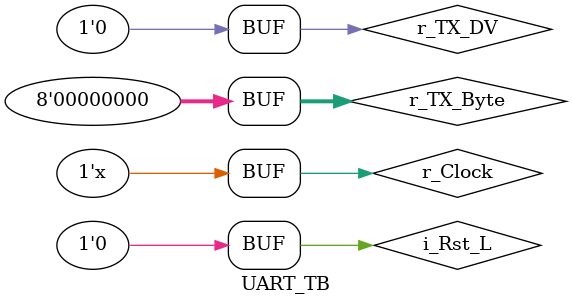
<source format=sv>
`include "test.sv"
`include "interface.sv"
`include "UART_TX.sv"

module UART_TB ();

  // Testbench uses a 25 MHz clock
  // Want to interface to 115200 baud UART
  // 25000000 / 115200 = 217 Clocks Per Bit.
  parameter c_CLOCK_PERIOD_NS = 40;
  parameter c_CLKS_PER_BIT    = 217;
  parameter c_BIT_PERIOD      = 8600;
  
  reg r_Clock = 0;
  reg r_TX_DV = 0;
  wire w_TX_Active, w_UART_Line;
  wire w_TX_Serial;
  reg [7:0] r_TX_Byte = 0;
  wire [7:0] w_RX_Byte;
  wire i_Rst_L =0;
  reg w_RX_DV;

  UART_RX #(.CLKS_PER_BIT(c_CLKS_PER_BIT)) UART_RX_Inst
    (.i_Clock(r_Clock),
     .i_RX_Serial(w_UART_Line),
     .o_RX_DV(w_RX_DV),
     .o_RX_Byte(w_RX_Byte)
     );
  
  UART_TX #(.CLKS_PER_BIT(c_CLKS_PER_BIT)) UART_TX_Inst
    (.i_Clock(r_Clock),
     .i_TX_DV(r_TX_DV),
     .i_Rst_L(i_Rst_L),
     .i_TX_Byte(r_TX_Byte),
     .o_TX_Active(w_TX_Active),
     .o_TX_Serial(w_TX_Serial),
     .o_TX_Done()
     );
  
  always
    #(c_CLOCK_PERIOD_NS/2) r_Clock <= !r_Clock;
  initial 
  begin
    // Required to dump signals to EPWave
    $dumpfile("dump.vcd");
    $dumpvars(0);
  end
endmodule

</source>
